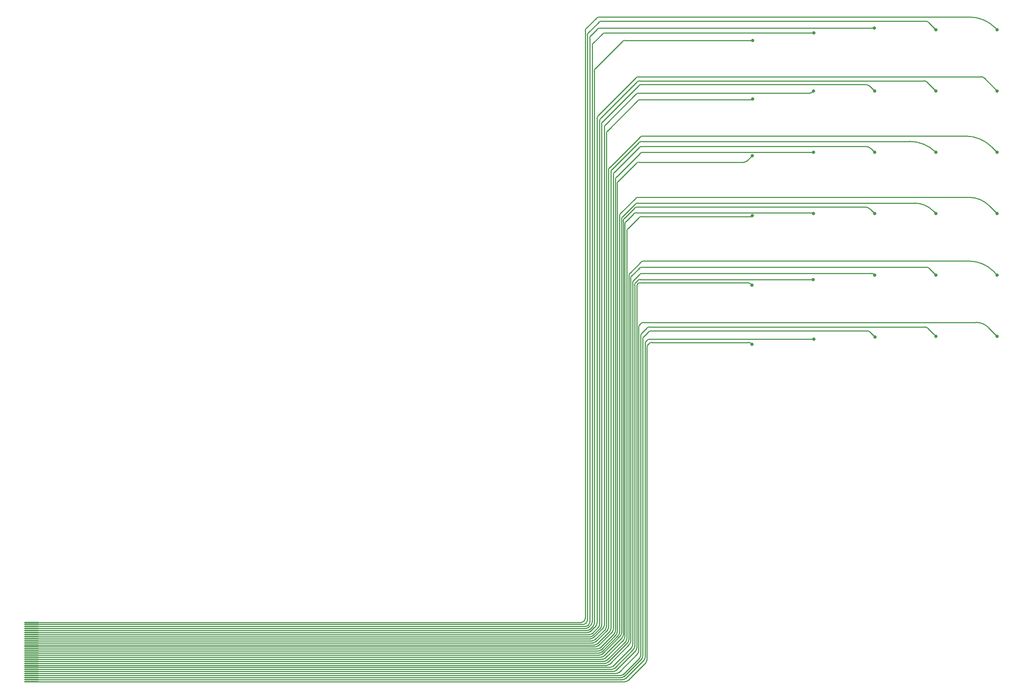
<source format=gbl>
G04 #@! TF.GenerationSoftware,KiCad,Pcbnew,(6.0.8)*
G04 #@! TF.CreationDate,2023-03-13T18:59:32-05:00*
G04 #@! TF.ProjectId,comb_v2_electrodes_front,636f6d62-5f76-4325-9f65-6c656374726f,rev?*
G04 #@! TF.SameCoordinates,Original*
G04 #@! TF.FileFunction,Copper,L2,Bot*
G04 #@! TF.FilePolarity,Positive*
%FSLAX46Y46*%
G04 Gerber Fmt 4.6, Leading zero omitted, Abs format (unit mm)*
G04 Created by KiCad (PCBNEW (6.0.8)) date 2023-03-13 18:59:32*
%MOMM*%
%LPD*%
G01*
G04 APERTURE LIST*
G04 Aperture macros list*
%AMRoundRect*
0 Rectangle with rounded corners*
0 $1 Rounding radius*
0 $2 $3 $4 $5 $6 $7 $8 $9 X,Y pos of 4 corners*
0 Add a 4 corners polygon primitive as box body*
4,1,4,$2,$3,$4,$5,$6,$7,$8,$9,$2,$3,0*
0 Add four circle primitives for the rounded corners*
1,1,$1+$1,$2,$3*
1,1,$1+$1,$4,$5*
1,1,$1+$1,$6,$7*
1,1,$1+$1,$8,$9*
0 Add four rect primitives between the rounded corners*
20,1,$1+$1,$2,$3,$4,$5,0*
20,1,$1+$1,$4,$5,$6,$7,0*
20,1,$1+$1,$6,$7,$8,$9,0*
20,1,$1+$1,$8,$9,$2,$3,0*%
G04 Aperture macros list end*
G04 #@! TA.AperFunction,SMDPad,CuDef*
%ADD10RoundRect,0.087500X1.662500X-0.087500X1.662500X0.087500X-1.662500X0.087500X-1.662500X-0.087500X0*%
G04 #@! TD*
G04 #@! TA.AperFunction,ViaPad*
%ADD11C,0.800000*%
G04 #@! TD*
G04 #@! TA.AperFunction,Conductor*
%ADD12C,0.250000*%
G04 #@! TD*
G04 APERTURE END LIST*
D10*
X38500000Y-199500000D03*
X38500000Y-200000000D03*
X38500000Y-200500000D03*
X38500000Y-201000000D03*
X38500000Y-201500000D03*
X38500000Y-202000000D03*
X38500000Y-202500000D03*
X38500000Y-203000000D03*
X38500000Y-203500000D03*
X38500000Y-204000000D03*
X38500000Y-204500000D03*
X38500000Y-205000000D03*
X38500000Y-205500000D03*
X38500000Y-206000000D03*
X38500000Y-206500000D03*
X38500000Y-207000000D03*
X38500000Y-207500000D03*
X38500000Y-208000000D03*
X38500000Y-208500000D03*
X38500000Y-209000000D03*
X38500000Y-209500000D03*
X38500000Y-210000000D03*
X38500000Y-210500000D03*
X38500000Y-211000000D03*
X38500000Y-211500000D03*
X38500000Y-212000000D03*
X38500000Y-212500000D03*
X38500000Y-213000000D03*
X38500000Y-213500000D03*
X38500000Y-214000000D03*
D11*
X275000000Y-54500000D03*
X260000000Y-54500000D03*
X244900000Y-54100000D03*
X230100000Y-55300000D03*
X215100000Y-57100000D03*
X275000000Y-69500000D03*
X260000000Y-69500000D03*
X245000000Y-69500000D03*
X230000000Y-69500000D03*
X215100000Y-71400000D03*
X275000000Y-84500000D03*
X260000000Y-84500000D03*
X245000000Y-84500000D03*
X230000000Y-84500000D03*
X215000000Y-85304500D03*
X275000000Y-99500000D03*
X260000000Y-99500000D03*
X245000000Y-99500000D03*
X230000000Y-99500000D03*
X215000000Y-99994500D03*
X275000000Y-114500000D03*
X260000000Y-114500000D03*
X245000000Y-114500000D03*
X229900000Y-115600000D03*
X214900000Y-117000000D03*
X275000000Y-129500000D03*
X260000000Y-129500000D03*
X245060000Y-129650000D03*
X230100000Y-130200000D03*
X214960000Y-131450000D03*
D12*
X187160000Y-100550000D02*
X187217107Y-100492893D01*
X187924214Y-100200010D02*
G75*
G03*
X187217107Y-100492893I-14J-999990D01*
G01*
X187924214Y-100200000D02*
X214794500Y-100200000D01*
X214794500Y-100200000D02*
X215000000Y-99994500D01*
X189200000Y-132214214D02*
X189200000Y-208685786D01*
X189707107Y-131292893D02*
X189707107Y-131295622D01*
X183885786Y-213999990D02*
G75*
G03*
X184592893Y-213707107I14J999990D01*
G01*
X188907114Y-209392900D02*
G75*
G03*
X189200000Y-208685786I-707114J707100D01*
G01*
X188907107Y-209392893D02*
X184592893Y-213707107D01*
X189199992Y-132214214D02*
G75*
G02*
X189424748Y-131577981I1025308J-4386D01*
G01*
X189707107Y-131295622D02*
X189424748Y-131577981D01*
X183885786Y-214000000D02*
X38500000Y-214000000D01*
X174100000Y-198485786D02*
X174100000Y-54814214D01*
X177535535Y-51392893D02*
X268201230Y-51392893D01*
X174392893Y-54107107D02*
X176814214Y-51685786D01*
X38500000Y-199500000D02*
X173085786Y-199500000D01*
X173792893Y-199207107D02*
X173807107Y-199192893D01*
X176814214Y-51685786D02*
X176828428Y-51685786D01*
X274503294Y-54003294D02*
X275000000Y-54500000D01*
X173792900Y-199207114D02*
G75*
G02*
X173085786Y-199500000I-707100J707114D01*
G01*
X274503288Y-54003300D02*
G75*
G03*
X268201230Y-51392893I-6302088J-6302100D01*
G01*
X177535535Y-51392861D02*
G75*
G03*
X176828428Y-51685786I-35J-999839D01*
G01*
X174099961Y-198485786D02*
G75*
G02*
X173807107Y-199192893I-1000061J-14D01*
G01*
X174100010Y-54814214D02*
G75*
G02*
X174392893Y-54107107I999990J14D01*
G01*
X174307107Y-199692893D02*
X174292893Y-199707107D01*
X175000000Y-55100000D02*
X174892893Y-55207107D01*
X173585786Y-200000000D02*
X38500000Y-200000000D01*
X260000000Y-54500000D02*
X258192893Y-52692893D01*
X177407107Y-52692893D02*
X174992893Y-55107107D01*
X257485786Y-52400000D02*
X178114214Y-52400000D01*
X174600000Y-55914214D02*
X174600000Y-198985786D01*
X257485786Y-52400010D02*
G75*
G02*
X258192893Y-52692893I14J-999990D01*
G01*
X173585786Y-199999990D02*
G75*
G03*
X174292893Y-199707107I14J999990D01*
G01*
X177407100Y-52692886D02*
G75*
G02*
X178114214Y-52400000I707100J-707114D01*
G01*
X174892886Y-55207100D02*
G75*
G03*
X174600000Y-55914214I707114J-707100D01*
G01*
X174307114Y-199692900D02*
G75*
G03*
X174600000Y-198985786I-707114J707100D01*
G01*
X175492893Y-55907107D02*
X177007107Y-54392893D01*
X177714214Y-54100000D02*
X244900000Y-54100000D01*
X174792893Y-200207107D02*
X174907107Y-200092893D01*
X175200000Y-199385786D02*
X175200000Y-56614214D01*
X38500000Y-200500000D02*
X174085786Y-200500000D01*
X174792900Y-200207114D02*
G75*
G02*
X174085786Y-200500000I-707100J707114D01*
G01*
X175492886Y-55907100D02*
G75*
G03*
X175200000Y-56614214I707114J-707100D01*
G01*
X177007100Y-54392886D02*
G75*
G02*
X177714214Y-54100000I707100J-707114D01*
G01*
X174907114Y-200092900D02*
G75*
G03*
X175200000Y-199385786I-707114J707100D01*
G01*
X38500000Y-201000000D02*
X174150766Y-201000000D01*
X175800000Y-199350766D02*
X175800000Y-58452641D01*
X178952641Y-55300000D02*
X230100000Y-55300000D01*
X174857873Y-200707107D02*
X175507107Y-200057873D01*
X176092893Y-57745534D02*
X178245534Y-55592893D01*
X174857890Y-200707124D02*
G75*
G02*
X174150766Y-201000000I-707090J707124D01*
G01*
X175799976Y-199350766D02*
G75*
G02*
X175507107Y-200057873I-999976J-34D01*
G01*
X175800029Y-58452641D02*
G75*
G02*
X176092893Y-57745534I999971J41D01*
G01*
X178952641Y-55300029D02*
G75*
G03*
X178245534Y-55592893I-41J-999971D01*
G01*
X176300000Y-199720806D02*
X176300000Y-64672641D01*
X176592893Y-63965534D02*
X183165534Y-57392893D01*
X183872641Y-57100000D02*
X215100000Y-57100000D01*
X38500000Y-201500000D02*
X174520806Y-201500000D01*
X175227913Y-201207107D02*
X176007107Y-200427913D01*
X176300004Y-199720806D02*
G75*
G02*
X176007107Y-200427913I-1000004J6D01*
G01*
X183165514Y-57392873D02*
G75*
G02*
X183872641Y-57100000I707086J-707127D01*
G01*
X176592873Y-63965514D02*
G75*
G03*
X176300000Y-64672641I707127J-707086D01*
G01*
X175227910Y-201207104D02*
G75*
G02*
X174520806Y-201500000I-707110J707104D01*
G01*
X174585786Y-202000000D02*
X38500000Y-202000000D01*
X186525534Y-66292893D02*
X177292893Y-75525534D01*
X275000000Y-69500000D02*
X271792893Y-66292893D01*
X177000000Y-76232641D02*
X177000000Y-199585786D01*
X176707107Y-200292893D02*
X175292893Y-201707107D01*
X271085786Y-66000000D02*
X187232641Y-66000000D01*
X271085786Y-66000010D02*
G75*
G02*
X271792893Y-66292893I14J-999990D01*
G01*
X176999990Y-199585786D02*
G75*
G02*
X176707107Y-200292893I-999990J-14D01*
G01*
X174585786Y-201999990D02*
G75*
G03*
X175292893Y-201707107I14J999990D01*
G01*
X177000029Y-76232641D02*
G75*
G02*
X177292893Y-75525534I999971J41D01*
G01*
X187232641Y-66000029D02*
G75*
G03*
X186525534Y-66292893I-41J-999971D01*
G01*
X260000000Y-69500000D02*
X257792893Y-67292893D01*
X186745534Y-67292893D02*
X177928412Y-76110015D01*
X177342626Y-200657374D02*
X175792893Y-202207107D01*
X175085786Y-202500000D02*
X38500000Y-202500000D01*
X257085786Y-67000000D02*
X187452641Y-67000000D01*
X177635519Y-76817122D02*
X177635519Y-199950267D01*
X187452641Y-67000029D02*
G75*
G03*
X186745534Y-67292893I-41J-999971D01*
G01*
X177635529Y-76817122D02*
G75*
G02*
X177928412Y-76110015I999971J22D01*
G01*
X175792900Y-202207114D02*
G75*
G02*
X175085786Y-202500000I-707100J707114D01*
G01*
X257085786Y-67000010D02*
G75*
G02*
X257792893Y-67292893I14J-999990D01*
G01*
X177342646Y-200657394D02*
G75*
G03*
X177635519Y-199950267I-707146J707094D01*
G01*
X178100000Y-77702641D02*
X178100000Y-200220806D01*
X243825638Y-68339090D02*
X243716031Y-68254988D01*
X175320806Y-203000000D02*
X38500000Y-203000000D01*
X177807107Y-200927913D02*
X176027913Y-202707107D01*
X243131903Y-67966935D02*
X243005524Y-67933074D01*
X187215534Y-68172893D02*
X178392893Y-76995534D01*
X243376645Y-68059048D02*
X243255772Y-68008982D01*
X242544219Y-67880000D02*
X187922641Y-67880000D01*
X242877235Y-67907558D02*
X242740191Y-67889517D01*
X243960552Y-68460703D02*
X243913600Y-68415102D01*
X243607272Y-68182319D02*
X243493965Y-68116902D01*
X242624387Y-67881071D02*
X242558926Y-67880108D01*
X245000000Y-69500000D02*
X243970946Y-68470946D01*
X187922641Y-67880029D02*
G75*
G03*
X187215534Y-68172893I-41J-999971D01*
G01*
X177807104Y-200927910D02*
G75*
G03*
X178100000Y-200220806I-707104J707110D01*
G01*
X243493965Y-68116902D02*
G75*
G03*
X243376645Y-68059049I-500065J-866198D01*
G01*
X243960552Y-68460703D02*
G75*
G02*
X243970946Y-68470946I-681052J-701497D01*
G01*
X243131902Y-67966938D02*
G75*
G02*
X243255772Y-68008982I-258802J-965962D01*
G01*
X242544219Y-67880000D02*
G75*
G02*
X242558926Y-67880108I-19J-1001300D01*
G01*
X175320806Y-203000004D02*
G75*
G03*
X176027913Y-202707107I-6J1000004D01*
G01*
X178100029Y-77702641D02*
G75*
G02*
X178392893Y-76995534I999971J41D01*
G01*
X243607271Y-68182322D02*
G75*
G02*
X243716031Y-68254988I-499871J-865878D01*
G01*
X242624387Y-67881076D02*
G75*
G02*
X242740191Y-67889517I-14687J-1000024D01*
G01*
X243913598Y-68415104D02*
G75*
G03*
X243825638Y-68339090I-696698J-717296D01*
G01*
X243005522Y-67933080D02*
G75*
G03*
X242877235Y-67907558I-258822J-965820D01*
G01*
X175385786Y-203500000D02*
X38500000Y-203500000D01*
X178507107Y-200792893D02*
X176092893Y-203207107D01*
X178800000Y-78432641D02*
X178800000Y-200085786D01*
X230000000Y-69500000D02*
X229792893Y-69707107D01*
X186525534Y-70292893D02*
X179092893Y-77725534D01*
X229085786Y-70000000D02*
X187232641Y-70000000D01*
X229085786Y-69999990D02*
G75*
G03*
X229792893Y-69707107I14J999990D01*
G01*
X178800029Y-78432641D02*
G75*
G02*
X179092893Y-77725534I999971J41D01*
G01*
X178799990Y-200085786D02*
G75*
G02*
X178507107Y-200792893I-999990J-14D01*
G01*
X186525514Y-70292873D02*
G75*
G02*
X187232641Y-70000000I707086J-707127D01*
G01*
X175385786Y-203499990D02*
G75*
G03*
X176092893Y-203207107I14J999990D01*
G01*
X214900000Y-71600000D02*
X215100000Y-71400000D01*
X176492893Y-203707107D02*
X179007107Y-201192893D01*
X38500000Y-204000000D02*
X175785786Y-204000000D01*
X187612641Y-71600000D02*
X214900000Y-71600000D01*
X179592893Y-79205534D02*
X186905534Y-71892893D01*
X179300000Y-200485786D02*
X179300000Y-79912641D01*
X214875831Y-71400000D02*
X215100000Y-71400000D01*
X179592873Y-79205514D02*
G75*
G03*
X179300000Y-79912641I707127J-707086D01*
G01*
X179007114Y-201192900D02*
G75*
G03*
X179300000Y-200485786I-707114J707100D01*
G01*
X186905514Y-71892873D02*
G75*
G02*
X187612641Y-71600000I707086J-707127D01*
G01*
X175785786Y-203999990D02*
G75*
G03*
X176492893Y-203707107I14J999990D01*
G01*
X188202641Y-80500000D02*
X267162479Y-80500000D01*
X38500000Y-204500000D02*
X175985786Y-204500000D01*
X180092893Y-88195534D02*
X187495534Y-80792893D01*
X179800000Y-200685786D02*
X179800000Y-88902641D01*
X273713537Y-83213537D02*
X275000000Y-84500000D01*
X176692893Y-204207107D02*
X179507107Y-201392893D01*
X179799990Y-200685786D02*
G75*
G02*
X179507107Y-201392893I-999990J-14D01*
G01*
X187495514Y-80792873D02*
G75*
G02*
X188202641Y-80500000I707086J-707127D01*
G01*
X175985786Y-204499990D02*
G75*
G03*
X176692893Y-204207107I14J999990D01*
G01*
X273713548Y-83213526D02*
G75*
G03*
X267162479Y-80500000I-6551048J-6551074D01*
G01*
X179800029Y-88902641D02*
G75*
G02*
X180092893Y-88195534I999971J41D01*
G01*
X187245534Y-82112893D02*
X180692893Y-88665534D01*
X180400000Y-89372641D02*
X180400000Y-200985786D01*
X253529873Y-81820000D02*
X187952641Y-81820000D01*
X180107107Y-201692893D02*
X177092893Y-204707107D01*
X176385786Y-205000000D02*
X38500000Y-205000000D01*
X253529873Y-81820027D02*
G75*
G02*
X259999999Y-84500001I27J-9150173D01*
G01*
X180107114Y-201692900D02*
G75*
G03*
X180400000Y-200985786I-707114J707100D01*
G01*
X187245514Y-82112873D02*
G75*
G02*
X187952641Y-81820000I707086J-707127D01*
G01*
X177092900Y-204707114D02*
G75*
G02*
X176385786Y-205000000I-707100J707114D01*
G01*
X180692873Y-88665514D02*
G75*
G03*
X180400000Y-89372641I707127J-707086D01*
G01*
X242701573Y-83030000D02*
X188002641Y-83030000D01*
X180707107Y-201792893D02*
X177292893Y-205207107D01*
X245000000Y-84500000D02*
X244115787Y-83615787D01*
X181000000Y-90032641D02*
X181000000Y-201085786D01*
X176585786Y-205500000D02*
X38500000Y-205500000D01*
X187295534Y-83322893D02*
X181292893Y-89325534D01*
X242701573Y-83030020D02*
G75*
G02*
X244115786Y-83615788I27J-1999980D01*
G01*
X177292900Y-205207114D02*
G75*
G02*
X176585786Y-205500000I-707100J707114D01*
G01*
X180999990Y-201085786D02*
G75*
G02*
X180707107Y-201792893I-999990J-14D01*
G01*
X181000029Y-90032641D02*
G75*
G02*
X181292893Y-89325534I999971J41D01*
G01*
X188002641Y-83030029D02*
G75*
G03*
X187295534Y-83322893I-41J-999971D01*
G01*
X181500000Y-91177661D02*
X181500000Y-201525866D01*
X177025866Y-206000000D02*
X38500000Y-206000000D01*
X187470554Y-84792893D02*
X181792893Y-90470554D01*
X230000000Y-84500000D02*
X188177661Y-84500000D01*
X181207107Y-202232973D02*
X177732973Y-205707107D01*
X181499973Y-91177661D02*
G75*
G02*
X181792894Y-90470555I1000027J-39D01*
G01*
X177732990Y-205707124D02*
G75*
G02*
X177025866Y-206000000I-707090J707124D01*
G01*
X187470574Y-84792913D02*
G75*
G02*
X188177661Y-84500000I707126J-707087D01*
G01*
X181207124Y-202232990D02*
G75*
G03*
X181500000Y-201525866I-707124J707090D01*
G01*
X215000000Y-85304500D02*
X213697393Y-86607107D01*
X177285786Y-206500000D02*
X38500000Y-206500000D01*
X186565534Y-87192893D02*
X182192893Y-91565534D01*
X181607107Y-202592893D02*
X177992893Y-206207107D01*
X181900000Y-92272641D02*
X181900000Y-201885786D01*
X212990286Y-86900000D02*
X187272641Y-86900000D01*
X181607114Y-202592900D02*
G75*
G03*
X181900000Y-201885786I-707114J707100D01*
G01*
X186565514Y-87192873D02*
G75*
G02*
X187272641Y-86900000I707086J-707127D01*
G01*
X177992900Y-206207114D02*
G75*
G02*
X177285786Y-206500000I-707100J707114D01*
G01*
X182192873Y-91565514D02*
G75*
G03*
X181900000Y-92272641I707127J-707086D01*
G01*
X212990286Y-86899990D02*
G75*
G03*
X213697393Y-86607107I14J999990D01*
G01*
X38500000Y-207000000D02*
X177485786Y-207000000D01*
X187828427Y-95500000D02*
X268064096Y-95500000D01*
X182500000Y-201985786D02*
X182500000Y-100114214D01*
X273075997Y-97575997D02*
X275000000Y-99500000D01*
X187114214Y-95500000D02*
X187800000Y-95500000D01*
X178192893Y-206707107D02*
X182207107Y-202692893D01*
X182792893Y-99407107D02*
X186407107Y-95792893D01*
X182500010Y-100114214D02*
G75*
G02*
X182792893Y-99407107I999990J14D01*
G01*
X178192900Y-206707114D02*
G75*
G02*
X177485786Y-207000000I-707100J707114D01*
G01*
X182499990Y-201985786D02*
G75*
G02*
X182207107Y-202692893I-999990J-14D01*
G01*
X186407100Y-95792886D02*
G75*
G02*
X187114214Y-95500000I707100J-707114D01*
G01*
X268064096Y-95500004D02*
G75*
G02*
X273075996Y-97575998I4J-7087896D01*
G01*
X187968427Y-96910000D02*
X254746415Y-96910000D01*
X183000000Y-202085786D02*
X183000000Y-100914214D01*
X38500000Y-207500000D02*
X177585786Y-207500000D01*
X259293438Y-98793438D02*
X260000000Y-99500000D01*
X183292893Y-100207107D02*
X186307107Y-97192893D01*
X187014214Y-96900000D02*
X188000000Y-96900000D01*
X178292893Y-207207107D02*
X182707107Y-202792893D01*
X182707114Y-202792900D02*
G75*
G03*
X183000000Y-202085786I-707114J707100D01*
G01*
X187014214Y-96900010D02*
G75*
G03*
X186307107Y-97192893I-14J-999990D01*
G01*
X178292900Y-207207114D02*
G75*
G02*
X177585786Y-207500000I-707100J707114D01*
G01*
X183292886Y-100207100D02*
G75*
G03*
X183000000Y-100914214I707114J-707100D01*
G01*
X259293438Y-98793438D02*
G75*
G03*
X254746415Y-96910000I-4547038J-4547062D01*
G01*
X183400000Y-101314214D02*
X183400000Y-202585786D01*
X177985786Y-208000000D02*
X38500000Y-208000000D01*
X245000000Y-99500000D02*
X243945787Y-98445787D01*
X242531573Y-97860000D02*
X186854214Y-97860000D01*
X183107107Y-203292893D02*
X178692893Y-207707107D01*
X186147107Y-98152893D02*
X183692893Y-100607107D01*
X183692886Y-100607100D02*
G75*
G03*
X183400000Y-101314214I707114J-707100D01*
G01*
X183107114Y-203292900D02*
G75*
G03*
X183400000Y-202585786I-707114J707100D01*
G01*
X178692900Y-207707114D02*
G75*
G02*
X177985786Y-208000000I-707100J707114D01*
G01*
X186147100Y-98152886D02*
G75*
G02*
X186854214Y-97860000I707100J-707114D01*
G01*
X242531573Y-97860020D02*
G75*
G02*
X243945786Y-98445788I27J-1999980D01*
G01*
X230000000Y-99500000D02*
X229770000Y-99270000D01*
X185937107Y-99562893D02*
X184092394Y-101407606D01*
X183799501Y-102114713D02*
X183799501Y-203051265D01*
X183506608Y-203758372D02*
X179057873Y-208207107D01*
X229770000Y-99270000D02*
X186644214Y-99270000D01*
X178350766Y-208500000D02*
X38500000Y-208500000D01*
X183506625Y-203758389D02*
G75*
G03*
X183799501Y-203051265I-707125J707089D01*
G01*
X186644214Y-99270010D02*
G75*
G03*
X185937107Y-99562893I-14J-999990D01*
G01*
X179057890Y-208207124D02*
G75*
G02*
X178350766Y-208500000I-707090J707124D01*
G01*
X183799510Y-102114713D02*
G75*
G02*
X184092394Y-101407606I999990J13D01*
G01*
X184300000Y-203485786D02*
X184300000Y-103814214D01*
X38500000Y-209000000D02*
X178785786Y-209000000D01*
X179492893Y-208707107D02*
X184007107Y-204192893D01*
X184592893Y-103107107D02*
X187150000Y-100550000D01*
X178785786Y-208999990D02*
G75*
G03*
X179492893Y-208707107I14J999990D01*
G01*
X184007114Y-204192900D02*
G75*
G03*
X184300000Y-203485786I-707114J707100D01*
G01*
X184592886Y-103107100D02*
G75*
G03*
X184300000Y-103814214I707114J-707100D01*
G01*
X274096921Y-113596921D02*
X275000000Y-114500000D01*
X179692893Y-209207107D02*
X184507107Y-204392893D01*
X184800000Y-203685786D02*
X184800000Y-114714214D01*
X185092893Y-114007107D02*
X187707107Y-111392893D01*
X38500000Y-209500000D02*
X178985786Y-209500000D01*
X188414214Y-111100000D02*
X268068819Y-111100000D01*
X184800010Y-114714214D02*
G75*
G02*
X185092893Y-114007107I999990J14D01*
G01*
X179692900Y-209207114D02*
G75*
G02*
X178985786Y-209500000I-707100J707114D01*
G01*
X184507114Y-204392900D02*
G75*
G03*
X184800000Y-203685786I-707114J707100D01*
G01*
X268068819Y-111099980D02*
G75*
G02*
X274096920Y-113596922I-19J-8525020D01*
G01*
X188414214Y-111100010D02*
G75*
G03*
X187707107Y-111392893I-14J-999990D01*
G01*
X185200000Y-204185786D02*
X185200000Y-115414214D01*
X38500000Y-210000000D02*
X179385786Y-210000000D01*
X180092893Y-209707107D02*
X184907107Y-204892893D01*
X258392893Y-112892893D02*
X260000000Y-114500000D01*
X188014214Y-112600000D02*
X257685786Y-112600000D01*
X185492893Y-114707107D02*
X187307107Y-112892893D01*
X179385786Y-209999990D02*
G75*
G03*
X180092893Y-209707107I14J999990D01*
G01*
X188014214Y-112600010D02*
G75*
G03*
X187307107Y-112892893I-14J-999990D01*
G01*
X185199990Y-204185786D02*
G75*
G02*
X184907107Y-204892893I-999990J-14D01*
G01*
X257685786Y-112600010D02*
G75*
G02*
X258392893Y-112892893I14J-999990D01*
G01*
X185200010Y-115414214D02*
G75*
G02*
X185492893Y-114707107I999990J14D01*
G01*
X185700000Y-204985786D02*
X185700000Y-116514214D01*
X38500000Y-210500000D02*
X180185786Y-210500000D01*
X188114214Y-114100000D02*
X244185786Y-114100000D01*
X185992893Y-115807107D02*
X187407107Y-114392893D01*
X244892893Y-114392893D02*
X245000000Y-114500000D01*
X180892893Y-210207107D02*
X185407107Y-205692893D01*
X185700010Y-116514214D02*
G75*
G02*
X185992893Y-115807107I999990J14D01*
G01*
X180892900Y-210207114D02*
G75*
G02*
X180185786Y-210500000I-707100J707114D01*
G01*
X188114214Y-114100010D02*
G75*
G03*
X187407107Y-114392893I-14J-999990D01*
G01*
X185699990Y-204985786D02*
G75*
G02*
X185407107Y-205692893I-999990J-14D01*
G01*
X244185786Y-114100010D02*
G75*
G02*
X244892893Y-114392893I14J-999990D01*
G01*
X186492893Y-116307107D02*
X186907107Y-115892893D01*
X181292893Y-210707107D02*
X185907107Y-206092893D01*
X187614214Y-115600000D02*
X229900000Y-115600000D01*
X186200000Y-205385786D02*
X186200000Y-117014214D01*
X38500000Y-211000000D02*
X180585786Y-211000000D01*
X185907114Y-206092900D02*
G75*
G03*
X186200000Y-205385786I-707114J707100D01*
G01*
X187614214Y-115600010D02*
G75*
G03*
X186907107Y-115892893I-14J-999990D01*
G01*
X186200010Y-117014214D02*
G75*
G02*
X186492893Y-116307107I999990J14D01*
G01*
X180585786Y-210999990D02*
G75*
G03*
X181292893Y-210707107I14J999990D01*
G01*
X38500000Y-211500000D02*
X180985786Y-211500000D01*
X187614214Y-116400000D02*
X213885786Y-116400000D01*
X186700000Y-116900000D02*
X186907107Y-116692893D01*
X181692893Y-211207107D02*
X186407107Y-206492893D01*
X186700000Y-205785786D02*
X186700000Y-116900000D01*
X214592893Y-116692893D02*
X214900000Y-117000000D01*
X214592900Y-116692886D02*
G75*
G03*
X213885786Y-116400000I-707100J-707114D01*
G01*
X186907100Y-116692886D02*
G75*
G02*
X187614214Y-116400000I707100J-707114D01*
G01*
X181692900Y-211207114D02*
G75*
G02*
X180985786Y-211500000I-707100J707114D01*
G01*
X186699990Y-205785786D02*
G75*
G02*
X186407107Y-206492893I-999990J-14D01*
G01*
X181685786Y-212000000D02*
X38500000Y-212000000D01*
X187200000Y-127314214D02*
X187200000Y-206485786D01*
X186907107Y-207192893D02*
X182392893Y-211707107D01*
X187707107Y-126392893D02*
X187492893Y-126607107D01*
X269812576Y-126100000D02*
X188414214Y-126100000D01*
X275000000Y-129500000D02*
X272863899Y-127363899D01*
X272863906Y-127363892D02*
G75*
G03*
X269812576Y-126100000I-3051306J-3051308D01*
G01*
X187492886Y-126607100D02*
G75*
G03*
X187200000Y-127314214I707114J-707100D01*
G01*
X188414214Y-126100010D02*
G75*
G03*
X187707107Y-126392893I-14J-999990D01*
G01*
X182392900Y-211707114D02*
G75*
G02*
X181685786Y-212000000I-707100J707114D01*
G01*
X186907114Y-207192900D02*
G75*
G03*
X187200000Y-206485786I-707114J707100D01*
G01*
X183427913Y-212207107D02*
X187407107Y-208227913D01*
X187992893Y-128707107D02*
X189207107Y-127492893D01*
X187700000Y-207520806D02*
X187700000Y-129414214D01*
X189914214Y-127200000D02*
X257226346Y-127200000D01*
X38500000Y-212500000D02*
X182720806Y-212500000D01*
X257933453Y-127492893D02*
X259356441Y-128915881D01*
X259408680Y-128964518D02*
X259778038Y-129284574D01*
X259824197Y-129327182D02*
X260000000Y-129500000D01*
X259824198Y-129327181D02*
G75*
G03*
X259778038Y-129284574I-701698J-713919D01*
G01*
X187992886Y-128707100D02*
G75*
G03*
X187700000Y-129414214I707114J-707100D01*
G01*
X257226346Y-127199968D02*
G75*
G02*
X257933452Y-127492894I-46J-1000032D01*
G01*
X187407104Y-208227910D02*
G75*
G03*
X187700000Y-207520806I-707104J707110D01*
G01*
X259356439Y-128915883D02*
G75*
G03*
X259408680Y-128964518I706561J706583D01*
G01*
X189207100Y-127492886D02*
G75*
G02*
X189914214Y-127200000I707100J-707114D01*
G01*
X183427910Y-212207104D02*
G75*
G02*
X182720806Y-212500000I-707110J707104D01*
G01*
X188200000Y-207685786D02*
X188200000Y-130214214D01*
X183592893Y-212707107D02*
X187907107Y-208392893D01*
X190214214Y-128200000D02*
X243195786Y-128200000D01*
X243902893Y-128492893D02*
X245060000Y-129650000D01*
X188492893Y-129507107D02*
X189507107Y-128492893D01*
X38500000Y-213000000D02*
X182885786Y-213000000D01*
X243195786Y-128200010D02*
G75*
G02*
X243902893Y-128492893I14J-999990D01*
G01*
X183592900Y-212707114D02*
G75*
G02*
X182885786Y-213000000I-707100J707114D01*
G01*
X188492886Y-129507100D02*
G75*
G03*
X188200000Y-130214214I707114J-707100D01*
G01*
X188199990Y-207685786D02*
G75*
G02*
X187907107Y-208392893I-999990J-14D01*
G01*
X190214214Y-128200010D02*
G75*
G03*
X189507107Y-128492893I-14J-999990D01*
G01*
X38500000Y-213500000D02*
X183285786Y-213500000D01*
X188800000Y-207985786D02*
X188800000Y-131314214D01*
X183992893Y-213207107D02*
X188507107Y-208692893D01*
X189092893Y-130607107D02*
X189207107Y-130492893D01*
X189914214Y-130200000D02*
X230100000Y-130200000D01*
X183992900Y-213207114D02*
G75*
G02*
X183285786Y-213500000I-707100J707114D01*
G01*
X188799961Y-207985786D02*
G75*
G02*
X188507107Y-208692893I-1000061J-14D01*
G01*
X189207100Y-130492886D02*
G75*
G02*
X189914214Y-130200000I707100J-707114D01*
G01*
X188800010Y-131314214D02*
G75*
G02*
X189092893Y-130607107I999990J14D01*
G01*
X214960000Y-131450000D02*
X214802893Y-131292893D01*
X214095786Y-131000000D02*
X190414214Y-131000000D01*
X214802900Y-131292886D02*
G75*
G03*
X214095786Y-131000000I-707100J-707114D01*
G01*
X189707100Y-131292886D02*
G75*
G02*
X190414214Y-131000000I707100J-707114D01*
G01*
M02*

</source>
